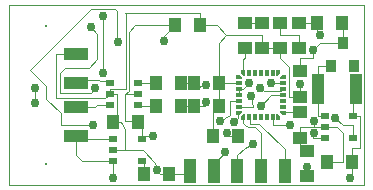
<source format=gbr>
G04 PROTEUS GERBER X2 FILE*
%TF.GenerationSoftware,Labcenter,Proteus,8.5-SP0-Build22067*%
%TF.CreationDate,2018-05-23T12:33:45+00:00*%
%TF.FileFunction,Copper,L1,Top*%
%TF.FilePolarity,Positive*%
%TF.Part,Single*%
%FSLAX45Y45*%
%MOMM*%
G01*
%TA.AperFunction,Conductor*%
%ADD10C,0.100000*%
%TA.AperFunction,ViaPad*%
%ADD11C,0.762000*%
%TA.AperFunction,SMDPad,CuDef*%
%ADD12R,2.000000X1.100000*%
%AMPPAD003*
4,1,20,
-0.063500,-0.038100,
-0.063500,0.038100,
-0.061540,0.048090,
-0.056160,0.056160,
-0.048090,0.061540,
-0.038100,0.063500,
0.038100,0.063500,
0.048090,0.061540,
0.056160,0.056160,
0.061540,0.048090,
0.063500,0.038100,
0.063500,-0.038100,
0.061540,-0.048090,
0.056160,-0.056160,
0.048090,-0.061540,
0.038100,-0.063500,
-0.038100,-0.063500,
-0.048090,-0.061540,
-0.056160,-0.056160,
-0.061540,-0.048090,
-0.063500,-0.038100,
0*%
%TA.AperFunction,WasherPad*%
%ADD13PPAD003*%
%TA.AperFunction,SMDPad,CuDef*%
%ADD14R,0.635000X0.508000*%
%ADD15R,1.016000X1.270000*%
%AMPPAD006*
4,1,5,
0.250000,0.150000,
0.250000,-0.150000,
-0.100000,-0.150000,
-0.250000,0.000000,
-0.250000,0.150000,
0.250000,0.150000,
0*%
%ADD16PPAD006*%
%ADD17R,0.550000X0.300000*%
%AMPPAD008*
4,1,5,
0.250000,-0.150000,
0.250000,0.150000,
-0.100000,0.150000,
-0.250000,0.000000,
-0.250000,-0.150000,
0.250000,-0.150000,
0*%
%ADD18PPAD008*%
%AMPPAD009*
4,1,5,
-0.150000,0.250000,
0.150000,0.250000,
0.150000,-0.100000,
0.000000,-0.250000,
-0.150000,-0.250000,
-0.150000,0.250000,
0*%
%ADD19PPAD009*%
%ADD70R,0.300000X0.550000*%
%AMPPAD011*
4,1,5,
0.150000,0.250000,
-0.150000,0.250000,
-0.150000,-0.100000,
0.000000,-0.250000,
0.150000,-0.250000,
0.150000,0.250000,
0*%
%ADD71PPAD011*%
%AMPPAD012*
4,1,5,
-0.250000,-0.150000,
-0.250000,0.150000,
0.100000,0.150000,
0.250000,0.000000,
0.250000,-0.150000,
-0.250000,-0.150000,
0*%
%ADD20PPAD012*%
%AMPPAD013*
4,1,5,
-0.250000,0.150000,
-0.250000,-0.150000,
0.100000,-0.150000,
0.250000,0.000000,
0.250000,0.150000,
-0.250000,0.150000,
0*%
%ADD21PPAD013*%
%AMPPAD014*
4,1,5,
0.150000,-0.250000,
-0.150000,-0.250000,
-0.150000,0.100000,
0.000000,0.250000,
0.150000,0.250000,
0.150000,-0.250000,
0*%
%ADD22PPAD014*%
%AMPPAD015*
4,1,5,
-0.150000,-0.250000,
0.150000,-0.250000,
0.150000,0.100000,
0.000000,0.250000,
-0.150000,0.250000,
-0.150000,-0.250000,
0*%
%ADD23PPAD015*%
%ADD24R,0.889000X1.016000*%
%ADD25R,1.016000X2.540000*%
%ADD26R,1.270000X1.016000*%
%ADD27R,1.100000X2.000000*%
%TA.AperFunction,Profile*%
%ADD28C,0.101600*%
D10*
X-640000Y+103980D02*
X-640000Y+103979D01*
X-930000Y-100000D02*
X-762000Y-100000D01*
X-748520Y-86520D01*
X-640000Y-86520D01*
X-401240Y-86520D02*
X-401240Y-90000D01*
X-250000Y-90000D01*
X-401240Y+103980D02*
X-401240Y+100000D01*
X-250000Y+100000D01*
X-371240Y-560500D02*
X-350000Y-560500D01*
X-350000Y-670000D01*
X+1125040Y+50000D02*
X+1125040Y+249500D01*
X+1236020Y+249500D01*
X+1125040Y+50000D02*
X+1125040Y-173480D01*
X+1178080Y-173480D01*
X+1110000Y+610000D02*
X+1110000Y+613360D01*
X+960000Y+613360D01*
X+960000Y+400000D02*
X+960000Y+508000D01*
X+800000Y+508000D01*
X+800000Y+613360D01*
X-1270000Y+63500D02*
X-1270000Y-63500D01*
X+487500Y+187500D02*
X+487500Y+187499D01*
X+500000Y+400000D02*
X+500000Y+313368D01*
X+489575Y+302943D01*
X+489575Y+189575D01*
X+487500Y+187500D01*
X+825000Y-150000D02*
X+825000Y-146640D01*
X+970000Y-146640D01*
X+650000Y+610000D02*
X+650000Y+613360D01*
X+500000Y+613360D01*
X+1330000Y+440000D02*
X+1138500Y+440000D01*
X+1079500Y+381000D01*
X+1079500Y+317500D02*
X+970000Y+317500D01*
X+970000Y+200000D01*
X+1330000Y+440000D02*
X+1330000Y+610000D01*
X+1323360Y+610000D01*
X+1079500Y+317500D02*
X+1079500Y+381000D01*
X-400000Y-230000D02*
X-400000Y-217460D01*
X-508000Y-217460D01*
X-508000Y+7460D01*
X-444500Y+7460D02*
X-508000Y+7460D01*
X-400000Y-230000D02*
X-371240Y-230000D01*
X-371240Y-370000D01*
X-401240Y+7460D02*
X-401240Y+7459D01*
X-444500Y+7459D01*
X-444500Y+7460D01*
X+737500Y-187500D02*
X+737501Y-187500D01*
X+537500Y-187500D02*
X+544115Y-194115D01*
X+544115Y-242120D01*
X+622120Y-242120D01*
X+840000Y-460000D01*
X+840000Y-640000D01*
X-640000Y+10000D02*
X-583250Y+9999D01*
X-583250Y-230000D01*
X-613360Y-230000D01*
X-640000Y+9999D02*
X-640000Y+10000D01*
X+800000Y+400000D02*
X+800000Y+317500D01*
X+879500Y+238000D01*
X+879500Y-13360D01*
X+970000Y-13360D01*
X-508000Y-463981D02*
X-610000Y-463980D01*
X-610000Y-463981D01*
X+123360Y+590000D02*
X+264860Y+590000D01*
X+346860Y+508000D01*
X+650000Y+396640D02*
X+650000Y+508000D01*
X+346860Y+508000D01*
X+283360Y+100000D02*
X+283360Y+100001D01*
X+346860Y+508000D02*
X+283360Y+444500D01*
X+283360Y+100001D01*
X+381000Y+100001D01*
X+381001Y+100000D01*
X+450000Y+100000D01*
X-136640Y-670000D02*
X+10000Y-670000D01*
X+40000Y-640000D01*
X+487500Y-187500D02*
X+487501Y-187500D01*
X+450000Y-150000D02*
X+450001Y-150000D01*
X-930000Y-355000D02*
X-930000Y-350000D01*
X+1416840Y-173480D02*
X+1416840Y+50000D01*
X+1440000Y+50000D01*
X+1413360Y-570000D02*
X+1413360Y-444500D01*
X+1476755Y-444500D01*
X+1476755Y-173480D01*
X+1416840Y-173480D01*
X-698500Y-370001D02*
X-610000Y-370000D01*
X-610000Y-370001D01*
X+650000Y+396640D02*
X+796640Y+396640D01*
X+800000Y+400000D01*
X+1200000Y-570000D02*
X+1333500Y-570000D01*
X+1333500Y-320000D01*
X+1280000Y-270000D01*
X+1178080Y-267460D01*
X-930000Y-370001D02*
X-930000Y-355000D01*
X-698500Y-370001D02*
X-930000Y-370001D01*
X-610000Y-560500D02*
X-880000Y-560000D01*
X-930000Y-510000D01*
X-930000Y-370001D01*
X-610000Y-560500D02*
X-610000Y-698500D01*
X+1397000Y-698500D02*
X+1413360Y-682140D01*
X+1413360Y-570000D01*
X-508000Y-463981D02*
X-508000Y-290000D01*
X-550000Y-230000D01*
X-583250Y-230000D01*
X-36640Y+100000D02*
X+70000Y+100000D01*
X+970000Y-360000D02*
X+970000Y-410000D01*
X+1030000Y-470000D01*
X+1090000Y-267460D02*
X+1178080Y-267460D01*
X+1090000Y-267460D02*
X+970000Y-267460D01*
X+970000Y-360000D01*
X+825000Y+0D02*
X+726114Y+0D01*
X+637672Y-88442D01*
X+335655Y-483779D02*
X+240000Y-579434D01*
X+240000Y-630000D01*
X+240000Y-640000D01*
X+240000Y-579434D02*
X+240000Y-570000D01*
X+240000Y-579434D02*
X+240000Y-570000D01*
X+640000Y-640000D02*
X+640000Y-317500D01*
X+590000Y-270000D01*
X+525780Y-269240D01*
X+508000Y-254000D01*
X+490000Y-240000D01*
X+487500Y-187500D01*
X-271373Y-346005D02*
X-347245Y-346005D01*
X-371240Y-370000D01*
X+450000Y+50000D02*
X+450000Y+0D01*
X+450000Y-100000D02*
X+571500Y-100000D01*
X+553720Y-5080D01*
X+177800Y+88900D02*
X+70000Y+63500D01*
X+70000Y+100000D01*
X+1030000Y-683360D02*
X+1030000Y-610000D01*
X+444500Y-350000D02*
X+364840Y-350000D01*
X+352140Y-337300D01*
X+352140Y-317500D01*
X-238760Y-635000D02*
X-254000Y-571500D01*
X-361519Y-463981D01*
X-508000Y-463981D01*
X-136640Y-670000D02*
X-219000Y-670000D01*
X-238760Y-635000D01*
X+440000Y-640000D02*
X+440000Y-508000D01*
X+503500Y-444500D01*
X+571500Y-414020D01*
X+410000Y-230000D02*
X+445161Y-190500D01*
X+445161Y-150000D01*
X+450000Y-150000D01*
X+1416840Y-363980D02*
X+1416840Y-254000D01*
X+1333500Y-254000D01*
X+1270000Y-190500D01*
X+889000Y-254000D02*
X+737501Y-254000D01*
X+737500Y-187500D01*
X+1110000Y+610000D02*
X+1110000Y+520700D01*
X+1122700Y+508000D01*
X+1143000Y+508000D01*
X+1090263Y-324591D02*
X+1079500Y-363980D01*
X+1178080Y-363980D01*
X+970000Y-13360D02*
X+970000Y+90000D01*
X+1084580Y-218440D02*
X+1087603Y-265063D01*
X+1090000Y-267460D01*
X+294488Y-221954D02*
X+375920Y-165100D01*
X+378460Y-50800D01*
X+450000Y-50000D01*
X+635000Y+63500D02*
X+662940Y+35560D01*
X+810560Y+35560D01*
X+825000Y+50000D01*
X+450000Y+50000D02*
X+483532Y+50000D01*
X+533936Y+100404D01*
X-180329Y+461239D02*
X-180329Y+499671D01*
X-90000Y+590000D01*
X-930000Y+100000D02*
X-903000Y+127000D01*
X-781042Y+127000D01*
X-660400Y+121920D01*
X-640000Y+103980D01*
X-640000Y+10000D02*
X-680720Y-20320D01*
X-1092200Y-20320D01*
X-1092200Y+350520D01*
X-930000Y+350000D01*
X-698500Y+673100D02*
X-698500Y+190500D01*
X+723900Y+104140D02*
X+825000Y+100000D01*
X-508000Y+7460D02*
X-479639Y+35821D01*
X-479639Y+536361D01*
X-426000Y+590000D01*
X-90000Y+590000D01*
X-762287Y+60292D02*
X-801106Y+21473D01*
X-1058599Y+21473D01*
X-1058599Y+189683D01*
X-1018486Y+229796D01*
X-817928Y+229796D01*
X-745467Y+302257D01*
X-745467Y+519473D01*
X-803722Y+577728D01*
X-784860Y-251460D02*
X-1054884Y-251460D01*
X-1054884Y-154117D01*
X-1180286Y-28715D01*
X-1180286Y+75386D01*
X-1318260Y+213360D01*
X-802741Y+728879D01*
X-640000Y+10000D02*
X-640000Y+48259D01*
X-502920Y+48259D01*
X-502920Y+693420D01*
X-508000Y+698500D01*
X+123360Y+698500D01*
X+123360Y+590000D01*
X-802741Y+728879D02*
X-598118Y+728879D01*
X-581013Y+711774D01*
X-581013Y+459604D01*
X-571867Y+450458D01*
X+284480Y-88900D02*
X+284480Y+100000D01*
X+283360Y+100000D01*
X+71120Y-88900D02*
X-36640Y-88900D01*
X-36640Y-90000D01*
X+284480Y-88900D02*
X+235620Y-88900D01*
X+235620Y-350000D01*
X+231140Y-350000D01*
X+71120Y-88900D02*
X+168480Y-88900D01*
X+174480Y-58900D01*
X+170000Y-58900D01*
X+170000Y-60000D01*
D11*
X-1270000Y-63500D03*
X-1270000Y+63500D03*
X+1397000Y-698500D03*
X-610000Y-698500D03*
X+637672Y-88442D03*
X+335655Y-483779D03*
X-271373Y-346005D03*
X+553720Y-5080D03*
X+177800Y+88900D03*
X+1030000Y-610000D03*
X+352140Y-317500D03*
X-238760Y-635000D03*
X+571500Y-414020D03*
X+410000Y-230000D03*
X+1270000Y-190500D03*
X+889000Y-254000D03*
X+1143000Y+508000D03*
X+1090263Y-324591D03*
X+970000Y+90000D03*
X+1084580Y-218440D03*
X+170000Y-60000D03*
X+294488Y-221954D03*
X+533936Y+100404D03*
X-180329Y+461239D03*
X+635000Y+63500D03*
X+1079500Y+381000D03*
X-698500Y+190500D03*
X-698500Y+673100D03*
X+723900Y+104140D03*
X-762287Y+60292D03*
X-803722Y+577728D03*
X-784860Y-251460D03*
X-571867Y+450458D03*
D12*
X-930000Y-350000D03*
X-930000Y-100000D03*
X-930000Y+100000D03*
X-930000Y+350000D03*
D13*
X-1180000Y-585000D03*
X-1180000Y+585000D03*
D14*
X-640000Y+103980D03*
X-640000Y+10000D03*
X-640000Y-86520D03*
X-401240Y-86520D03*
X-401240Y+7460D03*
X-401240Y+103980D03*
D15*
X-250000Y+100000D03*
X-36640Y+100000D03*
X-250000Y-90000D03*
X-36640Y-90000D03*
X+71120Y-88900D03*
X+284480Y-88900D03*
X+70000Y+100000D03*
X+283360Y+100000D03*
D16*
X+825000Y-150000D03*
D17*
X+825000Y-100000D03*
X+825000Y-50000D03*
X+825000Y+0D03*
X+825000Y+50000D03*
X+825000Y+100000D03*
D18*
X+825000Y+150000D03*
D19*
X+787500Y+187500D03*
D70*
X+737500Y+187500D03*
X+687500Y+187500D03*
X+637500Y+187500D03*
X+587500Y+187500D03*
X+537500Y+187500D03*
D71*
X+487500Y+187500D03*
D20*
X+450000Y+150000D03*
D17*
X+450000Y+100000D03*
X+450000Y+50000D03*
X+450000Y+0D03*
X+450000Y-50000D03*
X+450000Y-100000D03*
D21*
X+450000Y-150000D03*
D22*
X+487500Y-187500D03*
D70*
X+537500Y-187500D03*
X+587500Y-187500D03*
X+637500Y-187500D03*
X+687500Y-187500D03*
X+737500Y-187500D03*
D23*
X+787500Y-187500D03*
D15*
X-400000Y-230000D03*
X-613360Y-230000D03*
D14*
X-610000Y-370000D03*
X-610000Y-463980D03*
X-610000Y-560500D03*
X-371240Y-560500D03*
X-371240Y-370000D03*
D15*
X-350000Y-670000D03*
X-136640Y-670000D03*
X+1413360Y-570000D03*
X+1200000Y-570000D03*
D14*
X+1178080Y-173480D03*
X+1178080Y-267460D03*
X+1178080Y-363980D03*
X+1416840Y-363980D03*
X+1416840Y-173480D03*
D24*
X+1330000Y+440000D03*
X+1236020Y+249500D03*
X+1423980Y+249500D03*
D25*
X+1440000Y+50000D03*
X+1125040Y+50000D03*
D26*
X+970000Y+200000D03*
X+970000Y-13360D03*
D15*
X+1323360Y+610000D03*
X+1110000Y+610000D03*
D26*
X+960000Y+613360D03*
X+960000Y+400000D03*
X+800000Y+613360D03*
X+800000Y+400000D03*
D15*
X+444500Y-350000D03*
X+231140Y-350000D03*
D26*
X+650000Y+610000D03*
X+650000Y+396640D03*
X+500000Y+400000D03*
X+500000Y+613360D03*
D15*
X-90000Y+590000D03*
X+123360Y+590000D03*
D26*
X+1030000Y-683360D03*
X+1030000Y-470000D03*
X+970000Y-146640D03*
X+970000Y-360000D03*
D27*
X+40000Y-640000D03*
X+40000Y-640000D03*
X+240000Y-640000D03*
X+440000Y-640000D03*
X+640000Y-640000D03*
X+840000Y-640000D03*
D28*
X-1490000Y-760000D02*
X+1510000Y-760000D01*
X+1510000Y+760000D01*
X-1490000Y+760000D01*
X-1490000Y-760000D01*
M02*

</source>
